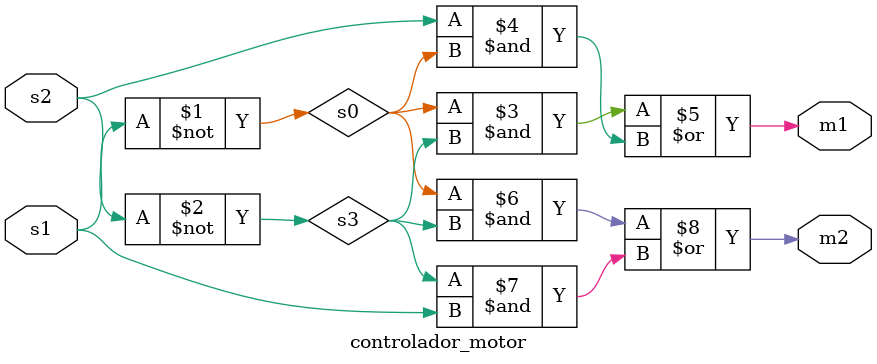
<source format=v>
/*
 * Generated by Digital. Don't modify this file!
 * Any changes will be lost if this file is regenerated.
 */

module controlador_motor (
  input s1,
  input s2,
  output m1,
  output m2
);
  wire s0;
  wire s3;
  assign s0 = ~ s1;
  assign s3 = ~ s2;
  assign m1 = ((s0 & s3) | (s2 & s0));
  assign m2 = ((s0 & s3) | (s3 & s1));
endmodule

</source>
